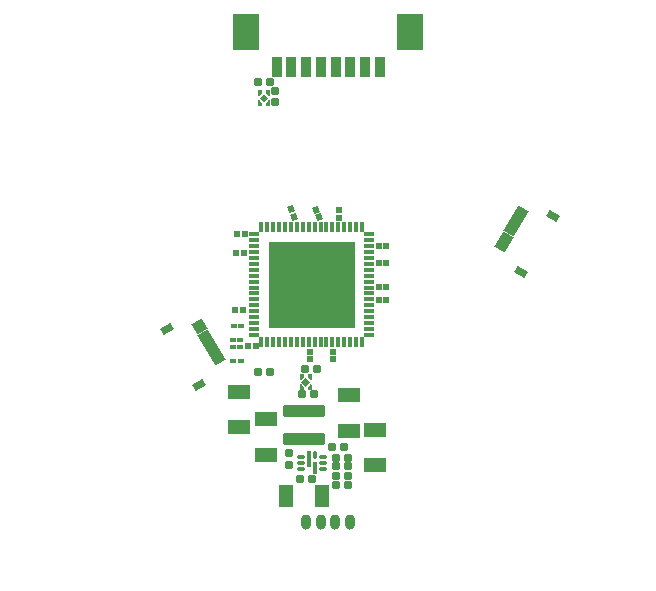
<source format=gbs>
G04*
G04 #@! TF.GenerationSoftware,Altium Limited,Altium Designer,21.6.1 (37)*
G04*
G04 Layer_Color=16711935*
%FSLAX25Y25*%
%MOIN*%
G70*
G04*
G04 #@! TF.SameCoordinates,7A2AF629-CEF6-4696-9375-0D09EAA51E4D*
G04*
G04*
G04 #@! TF.FilePolarity,Negative*
G04*
G01*
G75*
%ADD28R,0.00787X0.00787*%
%ADD29R,0.00394X0.00394*%
G04:AMPARAMS|DCode=58|XSize=27.56mil|YSize=27.56mil|CornerRadius=4.33mil|HoleSize=0mil|Usage=FLASHONLY|Rotation=90.000|XOffset=0mil|YOffset=0mil|HoleType=Round|Shape=RoundedRectangle|*
%AMROUNDEDRECTD58*
21,1,0.02756,0.01890,0,0,90.0*
21,1,0.01890,0.02756,0,0,90.0*
1,1,0.00866,0.00945,0.00945*
1,1,0.00866,0.00945,-0.00945*
1,1,0.00866,-0.00945,-0.00945*
1,1,0.00866,-0.00945,0.00945*
%
%ADD58ROUNDEDRECTD58*%
%ADD59R,0.02047X0.02284*%
%ADD60R,0.02284X0.02047*%
G04:AMPARAMS|DCode=68|XSize=23.62mil|YSize=27.56mil|CornerRadius=3.94mil|HoleSize=0mil|Usage=FLASHONLY|Rotation=270.000|XOffset=0mil|YOffset=0mil|HoleType=Round|Shape=RoundedRectangle|*
%AMROUNDEDRECTD68*
21,1,0.02362,0.01968,0,0,270.0*
21,1,0.01575,0.02756,0,0,270.0*
1,1,0.00787,-0.00984,-0.00787*
1,1,0.00787,-0.00984,0.00787*
1,1,0.00787,0.00984,0.00787*
1,1,0.00787,0.00984,-0.00787*
%
%ADD68ROUNDEDRECTD68*%
G04:AMPARAMS|DCode=69|XSize=23.62mil|YSize=27.56mil|CornerRadius=3.94mil|HoleSize=0mil|Usage=FLASHONLY|Rotation=0.000|XOffset=0mil|YOffset=0mil|HoleType=Round|Shape=RoundedRectangle|*
%AMROUNDEDRECTD69*
21,1,0.02362,0.01968,0,0,0.0*
21,1,0.01575,0.02756,0,0,0.0*
1,1,0.00787,0.00787,-0.00984*
1,1,0.00787,-0.00787,-0.00984*
1,1,0.00787,-0.00787,0.00984*
1,1,0.00787,0.00787,0.00984*
%
%ADD69ROUNDEDRECTD69*%
%ADD81O,0.03543X0.05118*%
%ADD82C,0.00394*%
%ADD114O,0.03543X0.01575*%
%ADD115O,0.01575X0.03543*%
%ADD116R,0.28661X0.28661*%
%ADD117R,0.08661X0.12205*%
%ADD118R,0.03543X0.06693*%
G04:AMPARAMS|DCode=119|XSize=23.75mil|YSize=39.5mil|CornerRadius=0mil|HoleSize=0mil|Usage=FLASHONLY|Rotation=120.000|XOffset=0mil|YOffset=0mil|HoleType=Round|Shape=Rectangle|*
%AMROTATEDRECTD119*
4,1,4,0.02304,-0.00041,-0.01116,-0.02016,-0.02304,0.00041,0.01116,0.02016,0.02304,-0.00041,0.0*
%
%ADD119ROTATEDRECTD119*%

G04:AMPARAMS|DCode=120|XSize=19.81mil|YSize=39.5mil|CornerRadius=0mil|HoleSize=0mil|Usage=FLASHONLY|Rotation=120.000|XOffset=0mil|YOffset=0mil|HoleType=Round|Shape=Rectangle|*
%AMROTATEDRECTD120*
4,1,4,0.02205,0.00130,-0.01215,-0.01845,-0.02205,-0.00130,0.01215,0.01845,0.02205,0.00130,0.0*
%
%ADD120ROTATEDRECTD120*%

G04:AMPARAMS|DCode=121|XSize=74.8mil|YSize=49.21mil|CornerRadius=7.63mil|HoleSize=0mil|Usage=FLASHONLY|Rotation=180.000|XOffset=0mil|YOffset=0mil|HoleType=Round|Shape=RoundedRectangle|*
%AMROUNDEDRECTD121*
21,1,0.07480,0.03396,0,0,180.0*
21,1,0.05955,0.04921,0,0,180.0*
1,1,0.01526,-0.02977,0.01698*
1,1,0.01526,0.02977,0.01698*
1,1,0.01526,0.02977,-0.01698*
1,1,0.01526,-0.02977,-0.01698*
%
%ADD121ROUNDEDRECTD121*%
%ADD122R,0.01968X0.01772*%
G04:AMPARAMS|DCode=123|XSize=20.47mil|YSize=22.84mil|CornerRadius=0mil|HoleSize=0mil|Usage=FLASHONLY|Rotation=200.000|XOffset=0mil|YOffset=0mil|HoleType=Round|Shape=Rectangle|*
%AMROTATEDRECTD123*
4,1,4,0.00571,0.01423,0.01352,-0.00723,-0.00571,-0.01423,-0.01352,0.00723,0.00571,0.01423,0.0*
%
%ADD123ROTATEDRECTD123*%

G04:AMPARAMS|DCode=124|XSize=23.75mil|YSize=39.5mil|CornerRadius=0mil|HoleSize=0mil|Usage=FLASHONLY|Rotation=240.000|XOffset=0mil|YOffset=0mil|HoleType=Round|Shape=Rectangle|*
%AMROTATEDRECTD124*
4,1,4,-0.01116,0.02016,0.02304,0.00041,0.01116,-0.02016,-0.02304,-0.00041,-0.01116,0.02016,0.0*
%
%ADD124ROTATEDRECTD124*%

G04:AMPARAMS|DCode=125|XSize=19.81mil|YSize=39.5mil|CornerRadius=0mil|HoleSize=0mil|Usage=FLASHONLY|Rotation=240.000|XOffset=0mil|YOffset=0mil|HoleType=Round|Shape=Rectangle|*
%AMROTATEDRECTD125*
4,1,4,-0.01215,0.01845,0.02205,-0.00130,0.01215,-0.01845,-0.02205,0.00130,-0.01215,0.01845,0.0*
%
%ADD125ROTATEDRECTD125*%

G04:AMPARAMS|DCode=126|XSize=25.59mil|YSize=13.78mil|CornerRadius=3.45mil|HoleSize=0mil|Usage=FLASHONLY|Rotation=180.000|XOffset=0mil|YOffset=0mil|HoleType=Round|Shape=RoundedRectangle|*
%AMROUNDEDRECTD126*
21,1,0.02559,0.00689,0,0,180.0*
21,1,0.01870,0.01378,0,0,180.0*
1,1,0.00689,-0.00935,0.00345*
1,1,0.00689,0.00935,0.00345*
1,1,0.00689,0.00935,-0.00345*
1,1,0.00689,-0.00935,-0.00345*
%
%ADD126ROUNDEDRECTD126*%
G04:AMPARAMS|DCode=127|XSize=13.78mil|YSize=25.59mil|CornerRadius=3.45mil|HoleSize=0mil|Usage=FLASHONLY|Rotation=180.000|XOffset=0mil|YOffset=0mil|HoleType=Round|Shape=RoundedRectangle|*
%AMROUNDEDRECTD127*
21,1,0.01378,0.01870,0,0,180.0*
21,1,0.00689,0.02559,0,0,180.0*
1,1,0.00689,-0.00345,0.00935*
1,1,0.00689,0.00345,0.00935*
1,1,0.00689,0.00345,-0.00935*
1,1,0.00689,-0.00345,-0.00935*
%
%ADD127ROUNDEDRECTD127*%
G04:AMPARAMS|DCode=128|XSize=13.78mil|YSize=55.12mil|CornerRadius=3.45mil|HoleSize=0mil|Usage=FLASHONLY|Rotation=180.000|XOffset=0mil|YOffset=0mil|HoleType=Round|Shape=RoundedRectangle|*
%AMROUNDEDRECTD128*
21,1,0.01378,0.04823,0,0,180.0*
21,1,0.00689,0.05512,0,0,180.0*
1,1,0.00689,-0.00345,0.02411*
1,1,0.00689,0.00345,0.02411*
1,1,0.00689,0.00345,-0.02411*
1,1,0.00689,-0.00345,-0.02411*
%
%ADD128ROUNDEDRECTD128*%
G04:AMPARAMS|DCode=129|XSize=13.78mil|YSize=43.31mil|CornerRadius=3.45mil|HoleSize=0mil|Usage=FLASHONLY|Rotation=180.000|XOffset=0mil|YOffset=0mil|HoleType=Round|Shape=RoundedRectangle|*
%AMROUNDEDRECTD129*
21,1,0.01378,0.03642,0,0,180.0*
21,1,0.00689,0.04331,0,0,180.0*
1,1,0.00689,-0.00345,0.01821*
1,1,0.00689,0.00345,0.01821*
1,1,0.00689,0.00345,-0.01821*
1,1,0.00689,-0.00345,-0.01821*
%
%ADD129ROUNDEDRECTD129*%
G04:AMPARAMS|DCode=130|XSize=43.31mil|YSize=137.8mil|CornerRadius=7.87mil|HoleSize=0mil|Usage=FLASHONLY|Rotation=90.000|XOffset=0mil|YOffset=0mil|HoleType=Round|Shape=RoundedRectangle|*
%AMROUNDEDRECTD130*
21,1,0.04331,0.12205,0,0,90.0*
21,1,0.02756,0.13780,0,0,90.0*
1,1,0.01575,0.06102,0.01378*
1,1,0.01575,0.06102,-0.01378*
1,1,0.01575,-0.06102,-0.01378*
1,1,0.01575,-0.06102,0.01378*
%
%ADD130ROUNDEDRECTD130*%
G04:AMPARAMS|DCode=131|XSize=74.8mil|YSize=49.21mil|CornerRadius=7.63mil|HoleSize=0mil|Usage=FLASHONLY|Rotation=270.000|XOffset=0mil|YOffset=0mil|HoleType=Round|Shape=RoundedRectangle|*
%AMROUNDEDRECTD131*
21,1,0.07480,0.03396,0,0,270.0*
21,1,0.05955,0.04921,0,0,270.0*
1,1,0.01526,-0.01698,-0.02977*
1,1,0.01526,-0.01698,0.02977*
1,1,0.01526,0.01698,0.02977*
1,1,0.01526,0.01698,-0.02977*
%
%ADD131ROUNDEDRECTD131*%
G36*
X-5650Y-52719D02*
X-5613Y-52731D01*
X-5579Y-52749D01*
X-5549Y-52773D01*
X-5525Y-52803D01*
X-5506Y-52838D01*
X-5495Y-52875D01*
X-5491Y-52913D01*
Y-54331D01*
X-5495Y-54369D01*
X-5506Y-54406D01*
X-5525Y-54440D01*
X-5549Y-54470D01*
X-5579Y-54495D01*
X-5613Y-54513D01*
X-5650Y-54525D01*
X-5689Y-54528D01*
X-5964D01*
X-5965Y-54528D01*
X-5984Y-54527D01*
X-6003Y-54525D01*
X-6032Y-54516D01*
X-6040Y-54513D01*
X-6074Y-54495D01*
X-6104Y-54470D01*
X-6813Y-53762D01*
X-6838Y-53732D01*
X-6856Y-53698D01*
X-6859Y-53689D01*
X-6867Y-53661D01*
X-6869Y-53641D01*
X-6871Y-53622D01*
X-6871Y-53622D01*
X-6871Y-52913D01*
X-6867Y-52875D01*
X-6856Y-52838D01*
X-6838Y-52803D01*
X-6813Y-52773D01*
X-6783Y-52749D01*
X-6749Y-52731D01*
X-6712Y-52719D01*
X-6673Y-52715D01*
X-5689D01*
X-5650Y-52719D01*
D02*
G37*
G36*
X-8209D02*
X-8172Y-52731D01*
X-8138Y-52749D01*
X-8108Y-52773D01*
X-8083Y-52803D01*
X-8065Y-52838D01*
X-8054Y-52875D01*
X-8050Y-52913D01*
X-8050Y-53622D01*
X-8050Y-53622D01*
X-8052Y-53641D01*
X-8054Y-53661D01*
X-8063Y-53689D01*
X-8065Y-53698D01*
X-8083Y-53732D01*
X-8108Y-53762D01*
X-8817Y-54470D01*
X-8847Y-54495D01*
X-8881Y-54513D01*
X-8890Y-54516D01*
X-8918Y-54525D01*
X-8937Y-54527D01*
X-8957Y-54528D01*
X-8957Y-54528D01*
X-9232D01*
X-9271Y-54525D01*
X-9308Y-54513D01*
X-9342Y-54495D01*
X-9372Y-54470D01*
X-9397Y-54440D01*
X-9415Y-54406D01*
X-9426Y-54369D01*
X-9430Y-54331D01*
Y-52913D01*
X-9426Y-52875D01*
X-9415Y-52838D01*
X-9397Y-52803D01*
X-9372Y-52773D01*
X-9342Y-52749D01*
X-9308Y-52731D01*
X-9271Y-52719D01*
X-9232Y-52715D01*
X-8248D01*
X-8209Y-52719D01*
D02*
G37*
G36*
X-7422Y-53785D02*
X-7385Y-53796D01*
X-7351Y-53814D01*
X-7321Y-53839D01*
X-5985Y-55175D01*
X-5984Y-55175D01*
X-5960Y-55205D01*
X-5942Y-55239D01*
X-5938Y-55250D01*
X-5930Y-55276D01*
X-5926Y-55315D01*
X-5930Y-55353D01*
X-5942Y-55391D01*
X-5960Y-55425D01*
X-5984Y-55455D01*
X-7321Y-56791D01*
X-7351Y-56816D01*
X-7385Y-56834D01*
X-7422Y-56845D01*
X-7461Y-56849D01*
X-7499Y-56845D01*
X-7536Y-56834D01*
X-7570Y-56816D01*
X-7600Y-56791D01*
X-8937Y-55455D01*
X-8961Y-55425D01*
X-8980Y-55391D01*
X-8991Y-55353D01*
X-8995Y-55315D01*
X-8991Y-55276D01*
X-8980Y-55239D01*
X-8961Y-55205D01*
X-8937Y-55175D01*
X-7600Y-53839D01*
X-7600Y-53839D01*
X-7570Y-53814D01*
X-7536Y-53796D01*
X-7499Y-53785D01*
X-7461Y-53781D01*
X-7422Y-53785D01*
D02*
G37*
G36*
X-5964Y-56101D02*
X-5689D01*
X-5650Y-56105D01*
X-5613Y-56116D01*
X-5579Y-56135D01*
X-5549Y-56159D01*
X-5525Y-56189D01*
X-5506Y-56223D01*
X-5495Y-56261D01*
X-5491Y-56299D01*
Y-57716D01*
X-5495Y-57755D01*
X-5506Y-57792D01*
X-5525Y-57826D01*
X-5549Y-57856D01*
X-5579Y-57881D01*
X-5613Y-57899D01*
X-5650Y-57910D01*
X-5689Y-57914D01*
X-6673D01*
X-6712Y-57910D01*
X-6749Y-57899D01*
X-6783Y-57881D01*
X-6813Y-57856D01*
X-6838Y-57826D01*
X-6856Y-57792D01*
X-6867Y-57755D01*
X-6871Y-57716D01*
X-6871Y-57008D01*
X-6871Y-57008D01*
X-6869Y-56989D01*
X-6867Y-56969D01*
X-6859Y-56941D01*
X-6856Y-56932D01*
X-6838Y-56898D01*
X-6813Y-56868D01*
X-6104Y-56159D01*
X-6074Y-56135D01*
X-6040Y-56116D01*
X-6032Y-56114D01*
X-6003Y-56105D01*
X-5984Y-56103D01*
X-5965Y-56101D01*
X-5964Y-56101D01*
D02*
G37*
G36*
X-8937Y-56103D02*
X-8918Y-56105D01*
X-8890Y-56114D01*
X-8881Y-56116D01*
X-8847Y-56135D01*
X-8817Y-56159D01*
X-8108Y-56868D01*
X-8083Y-56898D01*
X-8065Y-56932D01*
X-8063Y-56941D01*
X-8054Y-56969D01*
X-8052Y-56989D01*
X-8050Y-57008D01*
X-8050Y-57008D01*
X-8050Y-57716D01*
X-8054Y-57755D01*
X-8065Y-57792D01*
X-8083Y-57826D01*
X-8108Y-57856D01*
X-8138Y-57881D01*
X-8172Y-57899D01*
X-8209Y-57910D01*
X-8248Y-57914D01*
X-9232D01*
X-9271Y-57910D01*
X-9308Y-57899D01*
X-9342Y-57881D01*
X-9372Y-57856D01*
X-9397Y-57826D01*
X-9415Y-57792D01*
X-9426Y-57755D01*
X-9430Y-57716D01*
Y-56299D01*
X-9426Y-56261D01*
X-9415Y-56223D01*
X-9397Y-56189D01*
X-9372Y-56159D01*
X-9342Y-56135D01*
X-9308Y-56116D01*
X-9271Y-56105D01*
X-9232Y-56101D01*
X-8957D01*
X-8957Y-56101D01*
X-8937Y-56103D01*
D02*
G37*
G36*
X-19587Y41948D02*
X-19550Y41937D01*
X-19516Y41919D01*
X-19486Y41894D01*
X-19462Y41864D01*
X-19443Y41830D01*
X-19432Y41793D01*
X-19428Y41754D01*
Y40337D01*
X-19432Y40298D01*
X-19443Y40261D01*
X-19462Y40227D01*
X-19486Y40197D01*
X-19516Y40172D01*
X-19550Y40154D01*
X-19587Y40143D01*
X-19626Y40139D01*
X-19902D01*
X-19902Y40139D01*
X-19921Y40141D01*
X-19940Y40143D01*
X-19969Y40151D01*
X-19977Y40154D01*
X-20011Y40172D01*
X-20042Y40197D01*
X-20750Y40906D01*
X-20775Y40936D01*
X-20793Y40970D01*
X-20796Y40978D01*
X-20804Y41007D01*
X-20806Y41026D01*
X-20808Y41045D01*
X-20808Y41045D01*
X-20808Y41754D01*
X-20804Y41793D01*
X-20793Y41830D01*
X-20775Y41864D01*
X-20750Y41894D01*
X-20720Y41919D01*
X-20686Y41937D01*
X-20649Y41948D01*
X-20610Y41952D01*
X-19626D01*
X-19587Y41948D01*
D02*
G37*
G36*
X-22146D02*
X-22109Y41937D01*
X-22075Y41919D01*
X-22045Y41894D01*
X-22021Y41864D01*
X-22002Y41830D01*
X-21991Y41793D01*
X-21987Y41754D01*
X-21987Y41045D01*
X-21987Y41045D01*
X-21989Y41026D01*
X-21991Y41007D01*
X-22000Y40978D01*
X-22002Y40970D01*
X-22021Y40936D01*
X-22045Y40906D01*
X-22754Y40197D01*
X-22784Y40172D01*
X-22818Y40154D01*
X-22827Y40151D01*
X-22855Y40143D01*
X-22874Y40141D01*
X-22894Y40139D01*
X-22894Y40139D01*
X-23169D01*
X-23208Y40143D01*
X-23245Y40154D01*
X-23279Y40172D01*
X-23309Y40197D01*
X-23334Y40227D01*
X-23352Y40261D01*
X-23363Y40298D01*
X-23367Y40337D01*
Y41754D01*
X-23363Y41793D01*
X-23352Y41830D01*
X-23334Y41864D01*
X-23309Y41894D01*
X-23279Y41919D01*
X-23245Y41937D01*
X-23208Y41948D01*
X-23169Y41952D01*
X-22185D01*
X-22146Y41948D01*
D02*
G37*
G36*
X-21359Y40883D02*
X-21322Y40872D01*
X-21288Y40853D01*
X-21258Y40829D01*
X-19922Y39492D01*
X-19921Y39492D01*
X-19897Y39462D01*
X-19879Y39428D01*
X-19875Y39417D01*
X-19867Y39391D01*
X-19864Y39353D01*
X-19867Y39314D01*
X-19879Y39277D01*
X-19897Y39243D01*
X-19921Y39213D01*
X-21258Y37876D01*
X-21288Y37852D01*
X-21322Y37833D01*
X-21359Y37822D01*
X-21398Y37819D01*
X-21436Y37822D01*
X-21473Y37833D01*
X-21508Y37852D01*
X-21538Y37876D01*
X-22874Y39213D01*
X-22898Y39243D01*
X-22917Y39277D01*
X-22928Y39314D01*
X-22932Y39353D01*
X-22928Y39391D01*
X-22917Y39428D01*
X-22898Y39462D01*
X-22874Y39492D01*
X-21538Y40829D01*
X-21538Y40829D01*
X-21508Y40853D01*
X-21473Y40872D01*
X-21436Y40883D01*
X-21398Y40887D01*
X-21359Y40883D01*
D02*
G37*
G36*
X-19902Y38566D02*
X-19626D01*
X-19587Y38562D01*
X-19550Y38551D01*
X-19516Y38533D01*
X-19486Y38508D01*
X-19462Y38478D01*
X-19443Y38444D01*
X-19432Y38407D01*
X-19428Y38368D01*
Y36951D01*
X-19432Y36912D01*
X-19443Y36875D01*
X-19462Y36841D01*
X-19486Y36811D01*
X-19516Y36786D01*
X-19550Y36768D01*
X-19587Y36757D01*
X-19626Y36753D01*
X-20610D01*
X-20649Y36757D01*
X-20686Y36768D01*
X-20720Y36786D01*
X-20750Y36811D01*
X-20775Y36841D01*
X-20793Y36875D01*
X-20804Y36912D01*
X-20808Y36951D01*
X-20808Y37659D01*
X-20808Y37660D01*
X-20806Y37679D01*
X-20804Y37698D01*
X-20796Y37727D01*
X-20793Y37735D01*
X-20775Y37769D01*
X-20750Y37800D01*
X-20042Y38508D01*
X-20011Y38533D01*
X-19977Y38551D01*
X-19969Y38554D01*
X-19940Y38562D01*
X-19921Y38564D01*
X-19902Y38566D01*
X-19902Y38566D01*
D02*
G37*
G36*
X-22874Y38564D02*
X-22855Y38562D01*
X-22827Y38554D01*
X-22818Y38551D01*
X-22784Y38533D01*
X-22754Y38508D01*
X-22045Y37800D01*
X-22021Y37769D01*
X-22002Y37735D01*
X-22000Y37727D01*
X-21991Y37698D01*
X-21989Y37679D01*
X-21987Y37660D01*
X-21987Y37659D01*
X-21987Y36951D01*
X-21991Y36912D01*
X-22002Y36875D01*
X-22021Y36841D01*
X-22045Y36811D01*
X-22075Y36786D01*
X-22109Y36768D01*
X-22146Y36757D01*
X-22185Y36753D01*
X-23169D01*
X-23208Y36757D01*
X-23245Y36768D01*
X-23279Y36786D01*
X-23309Y36811D01*
X-23334Y36841D01*
X-23352Y36875D01*
X-23363Y36912D01*
X-23367Y36951D01*
Y38368D01*
X-23363Y38407D01*
X-23352Y38444D01*
X-23334Y38478D01*
X-23309Y38508D01*
X-23279Y38533D01*
X-23245Y38551D01*
X-23208Y38562D01*
X-23169Y38566D01*
X-22894D01*
X-22894Y38566D01*
X-22874Y38564D01*
D02*
G37*
D28*
X-21398Y39353D02*
D03*
X-7461Y-55315D02*
D03*
D29*
X-22677Y37660D02*
D03*
X-20118D02*
D03*
Y41045D02*
D03*
X-22677D02*
D03*
X-8740Y-57008D02*
D03*
X-6181D02*
D03*
Y-53622D02*
D03*
X-8740D02*
D03*
D58*
X-23327Y-51968D02*
D03*
X-19390D02*
D03*
X6496Y-89665D02*
D03*
X2559D02*
D03*
Y-86516D02*
D03*
X6496D02*
D03*
D59*
X-5906Y-47756D02*
D03*
Y-45158D02*
D03*
X3543Y-512D02*
D03*
Y2087D02*
D03*
X1575Y-45158D02*
D03*
Y-47756D02*
D03*
D60*
X-26791Y-43307D02*
D03*
X-24193D02*
D03*
X16811Y-23622D02*
D03*
X19410D02*
D03*
X-28524Y-31201D02*
D03*
X-31122D02*
D03*
X16811Y-27953D02*
D03*
X19410D02*
D03*
X16811Y-15748D02*
D03*
X19410D02*
D03*
X16811Y-9843D02*
D03*
X19410D02*
D03*
X-28228Y-12205D02*
D03*
X-30827D02*
D03*
X-27835Y-6004D02*
D03*
X-30433D02*
D03*
D68*
X-19331Y44687D02*
D03*
X-23268D02*
D03*
X-3642Y-50886D02*
D03*
X-7579D02*
D03*
X1378Y-77067D02*
D03*
X5315D02*
D03*
X2559Y-80610D02*
D03*
X6496D02*
D03*
Y-83366D02*
D03*
X2559D02*
D03*
X-9252Y-87697D02*
D03*
X-5315D02*
D03*
X-8740Y-59331D02*
D03*
X-4803D02*
D03*
D69*
X-17854Y41833D02*
D03*
Y37896D02*
D03*
X-13189Y-79035D02*
D03*
Y-82972D02*
D03*
D81*
X7283Y-101969D02*
D03*
X2362D02*
D03*
X-2559D02*
D03*
X-7480D02*
D03*
D82*
X103991Y60039D02*
D03*
X-103991D02*
D03*
X0Y-120079D02*
D03*
D114*
X-24705Y-39567D02*
D03*
Y-37598D02*
D03*
Y-35630D02*
D03*
Y-33661D02*
D03*
Y-31693D02*
D03*
Y-29724D02*
D03*
Y-27756D02*
D03*
Y-25787D02*
D03*
Y-23819D02*
D03*
Y-21850D02*
D03*
Y-19882D02*
D03*
Y-17913D02*
D03*
Y-15945D02*
D03*
Y-13976D02*
D03*
Y-12008D02*
D03*
Y-10039D02*
D03*
Y-8071D02*
D03*
Y-6102D02*
D03*
X13681D02*
D03*
Y-8071D02*
D03*
Y-10039D02*
D03*
Y-12008D02*
D03*
Y-13976D02*
D03*
Y-15945D02*
D03*
Y-17913D02*
D03*
Y-19882D02*
D03*
Y-21850D02*
D03*
Y-23819D02*
D03*
Y-25787D02*
D03*
Y-27756D02*
D03*
Y-29724D02*
D03*
Y-31693D02*
D03*
Y-33661D02*
D03*
Y-35630D02*
D03*
Y-37598D02*
D03*
Y-39567D02*
D03*
D115*
X-22244Y-3642D02*
D03*
X-20276D02*
D03*
X-18307D02*
D03*
X-16339D02*
D03*
X-14370D02*
D03*
X-12402D02*
D03*
X-10433D02*
D03*
X-8465D02*
D03*
X-6496D02*
D03*
X-4528D02*
D03*
X-2559D02*
D03*
X-591D02*
D03*
X1378D02*
D03*
X3347D02*
D03*
X5315D02*
D03*
X7283D02*
D03*
X9252D02*
D03*
X11220D02*
D03*
Y-42028D02*
D03*
X9252D02*
D03*
X7283D02*
D03*
X5315D02*
D03*
X3347D02*
D03*
X1378D02*
D03*
X-591D02*
D03*
X-2559D02*
D03*
X-4528D02*
D03*
X-6496D02*
D03*
X-8465D02*
D03*
X-10433D02*
D03*
X-12402D02*
D03*
X-14370D02*
D03*
X-16339D02*
D03*
X-18307D02*
D03*
X-20276D02*
D03*
X-22244D02*
D03*
D116*
X-5512Y-22835D02*
D03*
D117*
X27264Y61221D02*
D03*
X-27264D02*
D03*
D118*
X17224Y49803D02*
D03*
X12303D02*
D03*
X7382D02*
D03*
X2461D02*
D03*
X-2461D02*
D03*
X-7382D02*
D03*
X-12303D02*
D03*
X-17224D02*
D03*
D119*
X-53839Y-37573D02*
D03*
X-43012Y-56325D02*
D03*
D120*
X-43346Y-36061D02*
D03*
X-42362Y-37766D02*
D03*
X-41378Y-39470D02*
D03*
X-40393Y-41175D02*
D03*
X-39409Y-42880D02*
D03*
X-38425Y-44585D02*
D03*
X-37441Y-46290D02*
D03*
X-36457Y-47994D02*
D03*
D121*
X-29724Y-58563D02*
D03*
Y-70374D02*
D03*
X7087Y-71555D02*
D03*
Y-59744D02*
D03*
X-20669Y-79528D02*
D03*
Y-67716D02*
D03*
X15453Y-83071D02*
D03*
Y-71260D02*
D03*
D122*
X-31398Y-36614D02*
D03*
X-29035D02*
D03*
X-29232Y-48425D02*
D03*
X-31594D02*
D03*
X-31693Y-41339D02*
D03*
X-29331D02*
D03*
X-31693Y-43701D02*
D03*
X-29331D02*
D03*
D123*
X-3175Y-439D02*
D03*
X-4064Y2003D02*
D03*
X-11564Y-237D02*
D03*
X-12452Y2205D02*
D03*
D124*
X64173Y-18556D02*
D03*
X75000Y197D02*
D03*
D125*
X57618Y-10225D02*
D03*
X58602Y-8520D02*
D03*
X59586Y-6815D02*
D03*
X60571Y-5111D02*
D03*
X61555Y-3406D02*
D03*
X62539Y-1701D02*
D03*
X63523Y4D02*
D03*
X64508Y1709D02*
D03*
D126*
X-1673Y-84154D02*
D03*
Y-82185D02*
D03*
Y-80216D02*
D03*
X-8957Y-84154D02*
D03*
Y-82185D02*
D03*
Y-80216D02*
D03*
D127*
X-4331Y-79528D02*
D03*
D128*
X-6299Y-81004D02*
D03*
D129*
X-4331Y-83957D02*
D03*
D130*
X-8071Y-74252D02*
D03*
Y-64921D02*
D03*
D131*
X-2165Y-93209D02*
D03*
X-13976D02*
D03*
M02*

</source>
